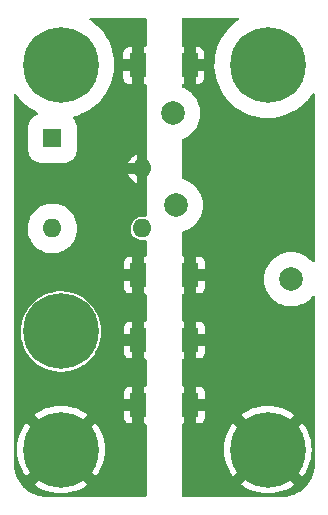
<source format=gbl>
G04 #@! TF.GenerationSoftware,KiCad,Pcbnew,6.0.10*
G04 #@! TF.CreationDate,2023-01-08T03:35:34+01:00*
G04 #@! TF.ProjectId,ideal_diode,69646561-6c5f-4646-996f-64652e6b6963,rev?*
G04 #@! TF.SameCoordinates,Original*
G04 #@! TF.FileFunction,Copper,L4,Bot*
G04 #@! TF.FilePolarity,Positive*
%FSLAX46Y46*%
G04 Gerber Fmt 4.6, Leading zero omitted, Abs format (unit mm)*
G04 Created by KiCad (PCBNEW 6.0.10) date 2023-01-08 03:35:34*
%MOMM*%
%LPD*%
G01*
G04 APERTURE LIST*
G04 #@! TA.AperFunction,ComponentPad*
%ADD10C,2.000000*%
G04 #@! TD*
G04 #@! TA.AperFunction,ComponentPad*
%ADD11C,0.800000*%
G04 #@! TD*
G04 #@! TA.AperFunction,ComponentPad*
%ADD12C,6.400000*%
G04 #@! TD*
G04 #@! TA.AperFunction,ComponentPad*
%ADD13R,1.600000X1.600000*%
G04 #@! TD*
G04 #@! TA.AperFunction,ComponentPad*
%ADD14O,1.600000X1.600000*%
G04 #@! TD*
G04 #@! TA.AperFunction,SMDPad,CuDef*
%ADD15R,1.400000X2.100000*%
G04 #@! TD*
G04 #@! TA.AperFunction,ViaPad*
%ADD16C,1.000000*%
G04 #@! TD*
G04 APERTURE END LIST*
D10*
X35699770Y-34354770D03*
X25899770Y-28100000D03*
D11*
X33699770Y-18599770D03*
X33699770Y-13799770D03*
X32002714Y-17896826D03*
X35396826Y-14502714D03*
D12*
X33699770Y-16199770D03*
D11*
X36099770Y-16199770D03*
X35396826Y-17896826D03*
X31299770Y-16199770D03*
X32002714Y-14502714D03*
X17896826Y-17896826D03*
X16199770Y-13799770D03*
X18599770Y-16199770D03*
X17896826Y-14502714D03*
X14502714Y-14502714D03*
X14502714Y-17896826D03*
D12*
X16199770Y-16199770D03*
D11*
X16199770Y-18599770D03*
X13799770Y-16199770D03*
X17896826Y-37082714D03*
X14502714Y-40476826D03*
X16199770Y-41179770D03*
X18599770Y-38779770D03*
X14502714Y-37082714D03*
X13799770Y-38779770D03*
X17896826Y-40476826D03*
D12*
X16199770Y-38779770D03*
D11*
X16199770Y-36379770D03*
D12*
X16199770Y-48779770D03*
D11*
X16199770Y-46379770D03*
X13799770Y-48779770D03*
X17896826Y-50476826D03*
X18599770Y-48779770D03*
X16199770Y-51179770D03*
X14502714Y-50476826D03*
X17896826Y-47082714D03*
X14502714Y-47082714D03*
D13*
X15479770Y-22439770D03*
D14*
X15479770Y-30059770D03*
X23099770Y-30059770D03*
X23099770Y-24979770D03*
D11*
X31299770Y-48779770D03*
X32002714Y-47082714D03*
X33699770Y-46379770D03*
X33699770Y-51179770D03*
X36099770Y-48779770D03*
X35396826Y-47082714D03*
X35396826Y-50476826D03*
D12*
X33699770Y-48779770D03*
D11*
X32002714Y-50476826D03*
D10*
X25700000Y-20300000D03*
D15*
X27150000Y-39500000D03*
X22750000Y-39500000D03*
X27099770Y-16250000D03*
X22699770Y-16250000D03*
X27150000Y-45000000D03*
X22750000Y-45000000D03*
X27150000Y-34000000D03*
X22750000Y-34000000D03*
D16*
X22750000Y-21750000D03*
X22750000Y-20000000D03*
X21500000Y-21250000D03*
X21500000Y-47500000D03*
X20000000Y-26000000D03*
X15500000Y-43500000D03*
X14000000Y-35000000D03*
X21099770Y-39900230D03*
X18500000Y-27500000D03*
X17500000Y-43500000D03*
X21500000Y-50500000D03*
X20000000Y-29000000D03*
X20000000Y-32000000D03*
X15500000Y-26000000D03*
X20000000Y-23000000D03*
X21500000Y-49000000D03*
X21099770Y-43400230D03*
X21500000Y-13000000D03*
X21500000Y-52000000D03*
X14000000Y-43500000D03*
X18500000Y-32000000D03*
X18500000Y-26000000D03*
X18500000Y-30500000D03*
X14000000Y-33500000D03*
X20000000Y-24500000D03*
X20000000Y-27500000D03*
X15500000Y-33500000D03*
X18500000Y-24500000D03*
X17000000Y-26000000D03*
X21099770Y-41900230D03*
X21099770Y-37900230D03*
X20000000Y-30500000D03*
X18500000Y-23000000D03*
X19739770Y-45239770D03*
X17000000Y-33500000D03*
X18500000Y-33500000D03*
X21500000Y-23000000D03*
X18500000Y-29000000D03*
X22247918Y-36747918D03*
X17000000Y-27500000D03*
X20000000Y-52000000D03*
X29000000Y-50000000D03*
X29987270Y-40404770D03*
X30000000Y-38000000D03*
X30460000Y-45540000D03*
X29500000Y-20000000D03*
X32000000Y-38000000D03*
X29987270Y-44012730D03*
X31000000Y-21500000D03*
X27500000Y-47500000D03*
X34500000Y-22000000D03*
X29000000Y-52000000D03*
X32000000Y-40500000D03*
X33000000Y-22000000D03*
X32000000Y-42500000D03*
X37000000Y-22000000D03*
X37000000Y-20500000D03*
X27500000Y-50000000D03*
X29987270Y-42512730D03*
X27500000Y-52000000D03*
X29000000Y-47500000D03*
X30000000Y-36500000D03*
G04 #@! TA.AperFunction,Conductor*
G36*
X23391891Y-12220502D02*
G01*
X23438384Y-12274158D01*
X23449770Y-12326500D01*
X23449770Y-14566000D01*
X23429768Y-14634121D01*
X23376112Y-14680614D01*
X23323770Y-14692000D01*
X23217885Y-14692000D01*
X23202646Y-14696475D01*
X23201441Y-14697865D01*
X23199770Y-14705548D01*
X23199770Y-17789884D01*
X23204245Y-17805123D01*
X23205635Y-17806328D01*
X23213318Y-17807999D01*
X23323770Y-17807999D01*
X23391891Y-17828001D01*
X23438384Y-17881657D01*
X23449770Y-17933999D01*
X23449770Y-28951434D01*
X23429768Y-29019555D01*
X23376112Y-29066048D01*
X23305838Y-29076152D01*
X23305666Y-29076122D01*
X23301922Y-29074963D01*
X23295797Y-29074319D01*
X23295796Y-29074319D01*
X23112917Y-29055097D01*
X23112916Y-29055097D01*
X23106789Y-29054453D01*
X22984153Y-29065614D01*
X22917529Y-29071677D01*
X22917528Y-29071677D01*
X22911388Y-29072236D01*
X22905474Y-29073977D01*
X22905472Y-29073977D01*
X22776504Y-29111935D01*
X22723163Y-29127634D01*
X22717698Y-29130491D01*
X22554742Y-29215682D01*
X22554738Y-29215685D01*
X22549282Y-29218537D01*
X22544482Y-29222397D01*
X22544481Y-29222397D01*
X22537944Y-29227653D01*
X22396370Y-29341481D01*
X22270250Y-29491786D01*
X22267286Y-29497178D01*
X22267283Y-29497182D01*
X22266954Y-29497781D01*
X22175726Y-29663724D01*
X22173865Y-29669591D01*
X22173864Y-29669593D01*
X22147658Y-29752206D01*
X22116398Y-29850748D01*
X22094527Y-30045733D01*
X22110945Y-30241253D01*
X22165028Y-30429861D01*
X22167846Y-30435344D01*
X22251893Y-30598883D01*
X22251896Y-30598887D01*
X22254714Y-30604371D01*
X22376588Y-30758139D01*
X22526008Y-30885305D01*
X22697283Y-30981027D01*
X22883888Y-31041659D01*
X23078716Y-31064891D01*
X23084851Y-31064419D01*
X23084853Y-31064419D01*
X23268204Y-31050311D01*
X23268208Y-31050310D01*
X23274346Y-31049838D01*
X23289886Y-31045499D01*
X23360875Y-31046444D01*
X23420085Y-31085620D01*
X23448715Y-31150588D01*
X23449770Y-31166857D01*
X23449770Y-32316000D01*
X23429768Y-32384121D01*
X23376112Y-32430614D01*
X23323770Y-32442000D01*
X23268115Y-32442000D01*
X23252876Y-32446475D01*
X23251671Y-32447865D01*
X23250000Y-32455548D01*
X23250000Y-35539884D01*
X23254475Y-35555123D01*
X23255865Y-35556328D01*
X23263548Y-35557999D01*
X23323770Y-35557999D01*
X23391891Y-35578001D01*
X23438384Y-35631657D01*
X23449770Y-35683999D01*
X23449770Y-37816000D01*
X23429768Y-37884121D01*
X23376112Y-37930614D01*
X23323770Y-37942000D01*
X23268115Y-37942000D01*
X23252876Y-37946475D01*
X23251671Y-37947865D01*
X23250000Y-37955548D01*
X23250000Y-41039884D01*
X23254475Y-41055123D01*
X23255865Y-41056328D01*
X23263548Y-41057999D01*
X23323770Y-41057999D01*
X23391891Y-41078001D01*
X23438384Y-41131657D01*
X23449770Y-41183999D01*
X23449770Y-43316000D01*
X23429768Y-43384121D01*
X23376112Y-43430614D01*
X23323770Y-43442000D01*
X23268115Y-43442000D01*
X23252876Y-43446475D01*
X23251671Y-43447865D01*
X23250000Y-43455548D01*
X23250000Y-46539884D01*
X23254475Y-46555123D01*
X23255865Y-46556328D01*
X23263548Y-46557999D01*
X23323770Y-46557999D01*
X23391891Y-46578001D01*
X23438384Y-46631657D01*
X23449770Y-46683999D01*
X23449770Y-52653180D01*
X23429768Y-52721301D01*
X23376112Y-52767794D01*
X23323770Y-52779180D01*
X15037080Y-52779180D01*
X15019758Y-52777214D01*
X15014189Y-52777204D01*
X15000359Y-52774024D01*
X14986519Y-52777156D01*
X14972330Y-52777131D01*
X14972331Y-52776519D01*
X14964392Y-52777180D01*
X14797257Y-52767794D01*
X14693617Y-52761974D01*
X14679585Y-52760393D01*
X14526035Y-52734304D01*
X14384024Y-52710175D01*
X14370248Y-52707030D01*
X14082190Y-52624041D01*
X14068854Y-52619375D01*
X13955666Y-52572491D01*
X13791879Y-52504648D01*
X13779156Y-52498521D01*
X13516771Y-52353505D01*
X13504818Y-52345995D01*
X13260306Y-52172503D01*
X13249275Y-52163706D01*
X13205034Y-52124169D01*
X13062617Y-51996897D01*
X13025734Y-51963936D01*
X13015743Y-51953944D01*
X12818138Y-51732822D01*
X13959760Y-51732822D01*
X13967217Y-51743189D01*
X14014705Y-51781644D01*
X14020042Y-51785521D01*
X14340455Y-51993600D01*
X14346164Y-51996897D01*
X14686581Y-52170348D01*
X14692606Y-52173030D01*
X15049272Y-52309941D01*
X15055554Y-52311982D01*
X15424586Y-52410864D01*
X15431036Y-52412235D01*
X15808399Y-52472004D01*
X15814937Y-52472690D01*
X16196469Y-52492686D01*
X16203071Y-52492686D01*
X16584603Y-52472690D01*
X16591141Y-52472004D01*
X16968504Y-52412235D01*
X16974954Y-52410864D01*
X17343986Y-52311982D01*
X17350268Y-52309941D01*
X17706934Y-52173030D01*
X17712959Y-52170348D01*
X18053376Y-51996897D01*
X18059085Y-51993600D01*
X18379498Y-51785521D01*
X18384835Y-51781644D01*
X18431373Y-51743958D01*
X18439839Y-51731703D01*
X18433505Y-51720612D01*
X16212582Y-49499689D01*
X16198638Y-49492075D01*
X16196805Y-49492206D01*
X16190190Y-49496457D01*
X13966901Y-51719746D01*
X13959760Y-51732822D01*
X12818138Y-51732822D01*
X12815989Y-51730417D01*
X12807179Y-51719370D01*
X12633699Y-51474871D01*
X12626186Y-51462915D01*
X12481171Y-51200527D01*
X12475043Y-51187801D01*
X12360323Y-50910839D01*
X12355656Y-50897502D01*
X12322853Y-50783639D01*
X12272661Y-50609418D01*
X12269519Y-50595649D01*
X12219306Y-50300102D01*
X12217724Y-50286061D01*
X12202547Y-50015786D01*
X12203208Y-50008061D01*
X12202451Y-50008060D01*
X12202476Y-49993868D01*
X12205656Y-49980040D01*
X12202525Y-49966200D01*
X12202533Y-49961374D01*
X12200500Y-49943177D01*
X12200500Y-48783071D01*
X12486854Y-48783071D01*
X12506850Y-49164603D01*
X12507536Y-49171141D01*
X12567305Y-49548504D01*
X12568676Y-49554954D01*
X12667558Y-49923986D01*
X12669599Y-49930268D01*
X12806510Y-50286934D01*
X12809192Y-50292959D01*
X12982642Y-50633373D01*
X12985939Y-50639083D01*
X13194023Y-50959505D01*
X13197893Y-50964831D01*
X13235582Y-51011373D01*
X13247837Y-51019839D01*
X13258928Y-51013505D01*
X15479851Y-48792582D01*
X15486229Y-48780902D01*
X16912075Y-48780902D01*
X16912206Y-48782735D01*
X16916457Y-48789350D01*
X19139746Y-51012639D01*
X19152822Y-51019780D01*
X19163189Y-51012323D01*
X19201647Y-50964831D01*
X19205517Y-50959505D01*
X19413601Y-50639083D01*
X19416898Y-50633373D01*
X19590348Y-50292959D01*
X19593030Y-50286934D01*
X19729941Y-49930268D01*
X19731982Y-49923986D01*
X19830864Y-49554954D01*
X19832235Y-49548504D01*
X19892004Y-49171141D01*
X19892690Y-49164603D01*
X19912686Y-48783071D01*
X19912686Y-48776469D01*
X19892690Y-48394937D01*
X19892004Y-48388399D01*
X19832235Y-48011036D01*
X19830864Y-48004586D01*
X19731982Y-47635554D01*
X19729941Y-47629272D01*
X19593030Y-47272606D01*
X19590348Y-47266581D01*
X19416898Y-46926167D01*
X19413601Y-46920457D01*
X19205517Y-46600035D01*
X19201647Y-46594709D01*
X19163958Y-46548167D01*
X19151703Y-46539701D01*
X19140612Y-46546035D01*
X16919689Y-48766958D01*
X16912075Y-48780902D01*
X15486229Y-48780902D01*
X15487465Y-48778638D01*
X15487334Y-48776805D01*
X15483083Y-48770190D01*
X13259794Y-46546901D01*
X13246718Y-46539760D01*
X13236351Y-46547217D01*
X13197893Y-46594709D01*
X13194023Y-46600035D01*
X12985939Y-46920457D01*
X12982642Y-46926167D01*
X12809192Y-47266581D01*
X12806510Y-47272606D01*
X12669599Y-47629272D01*
X12667558Y-47635554D01*
X12568676Y-48004586D01*
X12567305Y-48011036D01*
X12507536Y-48388399D01*
X12506850Y-48394937D01*
X12486854Y-48776469D01*
X12486854Y-48783071D01*
X12200500Y-48783071D01*
X12200500Y-45827837D01*
X13959701Y-45827837D01*
X13966035Y-45838928D01*
X16186958Y-48059851D01*
X16200902Y-48067465D01*
X16202735Y-48067334D01*
X16209350Y-48063083D01*
X18177764Y-46094669D01*
X21542001Y-46094669D01*
X21542371Y-46101490D01*
X21547895Y-46152352D01*
X21551521Y-46167604D01*
X21596676Y-46288054D01*
X21605214Y-46303649D01*
X21681715Y-46405724D01*
X21694276Y-46418285D01*
X21796351Y-46494786D01*
X21811946Y-46503324D01*
X21932394Y-46548478D01*
X21947649Y-46552105D01*
X21998514Y-46557631D01*
X22005328Y-46558000D01*
X22231885Y-46558000D01*
X22247124Y-46553525D01*
X22248329Y-46552135D01*
X22250000Y-46544452D01*
X22250000Y-45518115D01*
X22245525Y-45502876D01*
X22244135Y-45501671D01*
X22236452Y-45500000D01*
X21560116Y-45500000D01*
X21544877Y-45504475D01*
X21543672Y-45505865D01*
X21542001Y-45513548D01*
X21542001Y-46094669D01*
X18177764Y-46094669D01*
X18432639Y-45839794D01*
X18439780Y-45826718D01*
X18432323Y-45816351D01*
X18384835Y-45777896D01*
X18379498Y-45774019D01*
X18059085Y-45565940D01*
X18053376Y-45562643D01*
X17712959Y-45389192D01*
X17706934Y-45386510D01*
X17350268Y-45249599D01*
X17343986Y-45247558D01*
X16974954Y-45148676D01*
X16968504Y-45147305D01*
X16591141Y-45087536D01*
X16584603Y-45086850D01*
X16203071Y-45066854D01*
X16196469Y-45066854D01*
X15814937Y-45086850D01*
X15808399Y-45087536D01*
X15431036Y-45147305D01*
X15424586Y-45148676D01*
X15055554Y-45247558D01*
X15049272Y-45249599D01*
X14692606Y-45386510D01*
X14686581Y-45389192D01*
X14346167Y-45562642D01*
X14340457Y-45565939D01*
X14020035Y-45774023D01*
X14014709Y-45777893D01*
X13968167Y-45815582D01*
X13959701Y-45827837D01*
X12200500Y-45827837D01*
X12200500Y-44481885D01*
X21542000Y-44481885D01*
X21546475Y-44497124D01*
X21547865Y-44498329D01*
X21555548Y-44500000D01*
X22231885Y-44500000D01*
X22247124Y-44495525D01*
X22248329Y-44494135D01*
X22250000Y-44486452D01*
X22250000Y-43460116D01*
X22245525Y-43444877D01*
X22244135Y-43443672D01*
X22236452Y-43442001D01*
X22005331Y-43442001D01*
X21998510Y-43442371D01*
X21947648Y-43447895D01*
X21932396Y-43451521D01*
X21811946Y-43496676D01*
X21796351Y-43505214D01*
X21694276Y-43581715D01*
X21681715Y-43594276D01*
X21605214Y-43696351D01*
X21596676Y-43711946D01*
X21551522Y-43832394D01*
X21547895Y-43847649D01*
X21542369Y-43898514D01*
X21542000Y-43905328D01*
X21542000Y-44481885D01*
X12200500Y-44481885D01*
X12200500Y-38767883D01*
X12794297Y-38767883D01*
X12794469Y-38771278D01*
X12794469Y-38771279D01*
X12805829Y-38995525D01*
X12812932Y-39135741D01*
X12813469Y-39139096D01*
X12813470Y-39139102D01*
X12853808Y-39390940D01*
X12871186Y-39499435D01*
X12968378Y-39854711D01*
X13103372Y-40197412D01*
X13274587Y-40523529D01*
X13276488Y-40526358D01*
X13276494Y-40526368D01*
X13371402Y-40667604D01*
X13480022Y-40829247D01*
X13717272Y-41110991D01*
X13793670Y-41183999D01*
X13981099Y-41363111D01*
X13981106Y-41363117D01*
X13983562Y-41365464D01*
X14275778Y-41589689D01*
X14590501Y-41781044D01*
X14924049Y-41937289D01*
X14927267Y-41938391D01*
X14927270Y-41938392D01*
X15269298Y-42055495D01*
X15269306Y-42055497D01*
X15272521Y-42056598D01*
X15631840Y-42137574D01*
X15714772Y-42147023D01*
X15994420Y-42178885D01*
X15994428Y-42178885D01*
X15997803Y-42179270D01*
X16001207Y-42179288D01*
X16001210Y-42179288D01*
X16200844Y-42180333D01*
X16366128Y-42181198D01*
X16369514Y-42180848D01*
X16369516Y-42180848D01*
X16729115Y-42143688D01*
X16729124Y-42143687D01*
X16732507Y-42143337D01*
X16735840Y-42142623D01*
X16735843Y-42142622D01*
X16913258Y-42104587D01*
X17092654Y-42066128D01*
X17442356Y-41950475D01*
X17777522Y-41797731D01*
X17874735Y-41740010D01*
X18091286Y-41611432D01*
X18091291Y-41611429D01*
X18094231Y-41609683D01*
X18120861Y-41589689D01*
X18386046Y-41390582D01*
X18388779Y-41388530D01*
X18657720Y-41136859D01*
X18845724Y-40918285D01*
X18895689Y-40860196D01*
X18895690Y-40860194D01*
X18897908Y-40857616D01*
X18915608Y-40831863D01*
X19038981Y-40652352D01*
X19078626Y-40594669D01*
X21542001Y-40594669D01*
X21542371Y-40601490D01*
X21547895Y-40652352D01*
X21551521Y-40667604D01*
X21596676Y-40788054D01*
X21605214Y-40803649D01*
X21681715Y-40905724D01*
X21694276Y-40918285D01*
X21796351Y-40994786D01*
X21811946Y-41003324D01*
X21932394Y-41048478D01*
X21947649Y-41052105D01*
X21998514Y-41057631D01*
X22005328Y-41058000D01*
X22231885Y-41058000D01*
X22247124Y-41053525D01*
X22248329Y-41052135D01*
X22250000Y-41044452D01*
X22250000Y-40018115D01*
X22245525Y-40002876D01*
X22244135Y-40001671D01*
X22236452Y-40000000D01*
X21560116Y-40000000D01*
X21544877Y-40004475D01*
X21543672Y-40005865D01*
X21542001Y-40013548D01*
X21542001Y-40594669D01*
X19078626Y-40594669D01*
X19106532Y-40554065D01*
X19108144Y-40551071D01*
X19108149Y-40551063D01*
X19279531Y-40232771D01*
X19281153Y-40229759D01*
X19419728Y-39888490D01*
X19520635Y-39534252D01*
X19582695Y-39171188D01*
X19584658Y-39139102D01*
X19594274Y-38981885D01*
X21542000Y-38981885D01*
X21546475Y-38997124D01*
X21547865Y-38998329D01*
X21555548Y-39000000D01*
X22231885Y-39000000D01*
X22247124Y-38995525D01*
X22248329Y-38994135D01*
X22250000Y-38986452D01*
X22250000Y-37960116D01*
X22245525Y-37944877D01*
X22244135Y-37943672D01*
X22236452Y-37942001D01*
X22005331Y-37942001D01*
X21998510Y-37942371D01*
X21947648Y-37947895D01*
X21932396Y-37951521D01*
X21811946Y-37996676D01*
X21796351Y-38005214D01*
X21694276Y-38081715D01*
X21681715Y-38094276D01*
X21605214Y-38196351D01*
X21596676Y-38211946D01*
X21551522Y-38332394D01*
X21547895Y-38347649D01*
X21542369Y-38398514D01*
X21542000Y-38405328D01*
X21542000Y-38981885D01*
X19594274Y-38981885D01*
X19605071Y-38805342D01*
X19605181Y-38803545D01*
X19605264Y-38779770D01*
X19585345Y-38411979D01*
X19525822Y-38048490D01*
X19427390Y-37693556D01*
X19424213Y-37685571D01*
X19292460Y-37354492D01*
X19291201Y-37351328D01*
X19261128Y-37294530D01*
X19120447Y-37028830D01*
X19120443Y-37028823D01*
X19118848Y-37025811D01*
X18912348Y-36720811D01*
X18674116Y-36439898D01*
X18406938Y-36186356D01*
X18113942Y-35963152D01*
X18111030Y-35961395D01*
X18111025Y-35961392D01*
X17801475Y-35774659D01*
X17801466Y-35774654D01*
X17798553Y-35772897D01*
X17795463Y-35771463D01*
X17795458Y-35771460D01*
X17607038Y-35683999D01*
X17464461Y-35617817D01*
X17461236Y-35616725D01*
X17461230Y-35616723D01*
X17118802Y-35500818D01*
X17118797Y-35500817D01*
X17115575Y-35499726D01*
X16881690Y-35447874D01*
X16759306Y-35420742D01*
X16759302Y-35420741D01*
X16755976Y-35420004D01*
X16606394Y-35403490D01*
X16393252Y-35379959D01*
X16393245Y-35379959D01*
X16389870Y-35379586D01*
X16386471Y-35379580D01*
X16386470Y-35379580D01*
X16212749Y-35379277D01*
X16021540Y-35378943D01*
X15884326Y-35393607D01*
X15658680Y-35417721D01*
X15658674Y-35417722D01*
X15655296Y-35418083D01*
X15295420Y-35496549D01*
X14946124Y-35613422D01*
X14943031Y-35614845D01*
X14943030Y-35614845D01*
X14754596Y-35701515D01*
X14611493Y-35767335D01*
X14608559Y-35769091D01*
X14608557Y-35769092D01*
X14514533Y-35825364D01*
X14295442Y-35956488D01*
X14001668Y-36178667D01*
X13733607Y-36431275D01*
X13494396Y-36711355D01*
X13492468Y-36714182D01*
X13492466Y-36714184D01*
X13486021Y-36723632D01*
X13286832Y-37015632D01*
X13113344Y-37340546D01*
X13112069Y-37343718D01*
X13112067Y-37343722D01*
X13109010Y-37351328D01*
X12975962Y-37682296D01*
X12975043Y-37685564D01*
X12975041Y-37685571D01*
X12887593Y-37996676D01*
X12876291Y-38036885D01*
X12875729Y-38040242D01*
X12875729Y-38040243D01*
X12873785Y-38051863D01*
X12815499Y-38400163D01*
X12794297Y-38767883D01*
X12200500Y-38767883D01*
X12200500Y-35094669D01*
X21542001Y-35094669D01*
X21542371Y-35101490D01*
X21547895Y-35152352D01*
X21551521Y-35167604D01*
X21596676Y-35288054D01*
X21605214Y-35303649D01*
X21681715Y-35405724D01*
X21694276Y-35418285D01*
X21796351Y-35494786D01*
X21811946Y-35503324D01*
X21932394Y-35548478D01*
X21947649Y-35552105D01*
X21998514Y-35557631D01*
X22005328Y-35558000D01*
X22231885Y-35558000D01*
X22247124Y-35553525D01*
X22248329Y-35552135D01*
X22250000Y-35544452D01*
X22250000Y-34518115D01*
X22245525Y-34502876D01*
X22244135Y-34501671D01*
X22236452Y-34500000D01*
X21560116Y-34500000D01*
X21544877Y-34504475D01*
X21543672Y-34505865D01*
X21542001Y-34513548D01*
X21542001Y-35094669D01*
X12200500Y-35094669D01*
X12200500Y-33481885D01*
X21542000Y-33481885D01*
X21546475Y-33497124D01*
X21547865Y-33498329D01*
X21555548Y-33500000D01*
X22231885Y-33500000D01*
X22247124Y-33495525D01*
X22248329Y-33494135D01*
X22250000Y-33486452D01*
X22250000Y-32460116D01*
X22245525Y-32444877D01*
X22244135Y-32443672D01*
X22236452Y-32442001D01*
X22005331Y-32442001D01*
X21998510Y-32442371D01*
X21947648Y-32447895D01*
X21932396Y-32451521D01*
X21811946Y-32496676D01*
X21796351Y-32505214D01*
X21694276Y-32581715D01*
X21681715Y-32594276D01*
X21605214Y-32696351D01*
X21596676Y-32711946D01*
X21551522Y-32832394D01*
X21547895Y-32847649D01*
X21542369Y-32898514D01*
X21542000Y-32905328D01*
X21542000Y-33481885D01*
X12200500Y-33481885D01*
X12200500Y-30037723D01*
X13374477Y-30037723D01*
X13390964Y-30323648D01*
X13391789Y-30327853D01*
X13391790Y-30327861D01*
X13410640Y-30423939D01*
X13446102Y-30604690D01*
X13447489Y-30608740D01*
X13447490Y-30608745D01*
X13500007Y-30762134D01*
X13538872Y-30875648D01*
X13555449Y-30908607D01*
X13633685Y-31064162D01*
X13667557Y-31131510D01*
X13669983Y-31135039D01*
X13669986Y-31135045D01*
X13708690Y-31191359D01*
X13829776Y-31367540D01*
X14022526Y-31579370D01*
X14242242Y-31763081D01*
X14484858Y-31915273D01*
X14488760Y-31917035D01*
X14488764Y-31917037D01*
X14741972Y-32031365D01*
X14741976Y-32031367D01*
X14745884Y-32033131D01*
X14750003Y-32034351D01*
X15016376Y-32113255D01*
X15016381Y-32113256D01*
X15020489Y-32114473D01*
X15024723Y-32115121D01*
X15024728Y-32115122D01*
X15271984Y-32152957D01*
X15303594Y-32157794D01*
X15449359Y-32160084D01*
X15585668Y-32162226D01*
X15585674Y-32162226D01*
X15589959Y-32162293D01*
X15594211Y-32161778D01*
X15594219Y-32161778D01*
X15813991Y-32135181D01*
X15874284Y-32127885D01*
X15878432Y-32126797D01*
X15878436Y-32126796D01*
X16147158Y-32056298D01*
X16151309Y-32055209D01*
X16155270Y-32053569D01*
X16155274Y-32053567D01*
X16298140Y-31994390D01*
X16415908Y-31945609D01*
X16464804Y-31917037D01*
X16659487Y-31803273D01*
X16659488Y-31803273D01*
X16663185Y-31801112D01*
X16888563Y-31624393D01*
X16935261Y-31576205D01*
X17084889Y-31421800D01*
X17087872Y-31418722D01*
X17090405Y-31415274D01*
X17090409Y-31415269D01*
X17254887Y-31191359D01*
X17257425Y-31187904D01*
X17286125Y-31135045D01*
X17392033Y-30939987D01*
X17392034Y-30939985D01*
X17394083Y-30936211D01*
X17495318Y-30668300D01*
X17512138Y-30594858D01*
X17558300Y-30393308D01*
X17558301Y-30393303D01*
X17559257Y-30389128D01*
X17584716Y-30103862D01*
X17585178Y-30059770D01*
X17583967Y-30042003D01*
X17565990Y-29778310D01*
X17565989Y-29778304D01*
X17565698Y-29774033D01*
X17507620Y-29493584D01*
X17412018Y-29223612D01*
X17280661Y-28969112D01*
X17278198Y-28965607D01*
X17118443Y-28738299D01*
X17118438Y-28738293D01*
X17115979Y-28734794D01*
X16921021Y-28524994D01*
X16917705Y-28522280D01*
X16917702Y-28522277D01*
X16702711Y-28346309D01*
X16699393Y-28343593D01*
X16455197Y-28193950D01*
X16437189Y-28186045D01*
X16196880Y-28080556D01*
X16196876Y-28080555D01*
X16192952Y-28078832D01*
X15917509Y-28000370D01*
X15707651Y-27970503D01*
X15638218Y-27960621D01*
X15638216Y-27960621D01*
X15633966Y-27960016D01*
X15482103Y-27959221D01*
X15351856Y-27958539D01*
X15351850Y-27958539D01*
X15347570Y-27958517D01*
X15343326Y-27959076D01*
X15343322Y-27959076D01*
X15218801Y-27975469D01*
X15063621Y-27995899D01*
X15059481Y-27997032D01*
X15059479Y-27997032D01*
X15042979Y-28001546D01*
X14787372Y-28071472D01*
X14783424Y-28073156D01*
X14527887Y-28182152D01*
X14527883Y-28182154D01*
X14523935Y-28183838D01*
X14278185Y-28330916D01*
X14054670Y-28509985D01*
X13857525Y-28717732D01*
X13690399Y-28950313D01*
X13556384Y-29203423D01*
X13547517Y-29227653D01*
X13502243Y-29351372D01*
X13457960Y-29472380D01*
X13396948Y-29752206D01*
X13374477Y-30037723D01*
X12200500Y-30037723D01*
X12200500Y-25488220D01*
X21893647Y-25488220D01*
X21960356Y-25631281D01*
X21965839Y-25640777D01*
X22090798Y-25819237D01*
X22097854Y-25827645D01*
X22251895Y-25981686D01*
X22260303Y-25988742D01*
X22438763Y-26113701D01*
X22448259Y-26119184D01*
X22583353Y-26182179D01*
X22597293Y-26184296D01*
X22599770Y-26180508D01*
X22599770Y-25497885D01*
X22595295Y-25482646D01*
X22593905Y-25481441D01*
X22586222Y-25479770D01*
X21907821Y-25479770D01*
X21894290Y-25483743D01*
X21893647Y-25488220D01*
X12200500Y-25488220D01*
X12200500Y-18738587D01*
X12220502Y-18670466D01*
X12274158Y-18623973D01*
X12344432Y-18613869D01*
X12409012Y-18643363D01*
X12429596Y-18666922D01*
X12429890Y-18666710D01*
X12668990Y-18998231D01*
X12937153Y-19306718D01*
X12939218Y-19308698D01*
X13230116Y-19587659D01*
X13230123Y-19587666D01*
X13232172Y-19589630D01*
X13234390Y-19591400D01*
X13234395Y-19591405D01*
X13299478Y-19643360D01*
X13551617Y-19844640D01*
X13892860Y-20069648D01*
X14171977Y-20219309D01*
X14222560Y-20269127D01*
X14238180Y-20338384D01*
X14213876Y-20405092D01*
X14165686Y-20444548D01*
X14032017Y-20506879D01*
X14032014Y-20506881D01*
X14027036Y-20509202D01*
X13840631Y-20639723D01*
X13679723Y-20800631D01*
X13549202Y-20987036D01*
X13453031Y-21193274D01*
X13394135Y-21413078D01*
X13379270Y-21582986D01*
X13379270Y-23296554D01*
X13394135Y-23466462D01*
X13453031Y-23686266D01*
X13455353Y-23691246D01*
X13455354Y-23691248D01*
X13527442Y-23845839D01*
X13549202Y-23892504D01*
X13679723Y-24078909D01*
X13840631Y-24239817D01*
X14027036Y-24370338D01*
X14032014Y-24372659D01*
X14032017Y-24372661D01*
X14226506Y-24463353D01*
X14233274Y-24466509D01*
X14238582Y-24467931D01*
X14238584Y-24467932D01*
X14447763Y-24523981D01*
X14447765Y-24523981D01*
X14453078Y-24525405D01*
X14552072Y-24534066D01*
X14620262Y-24540032D01*
X14620269Y-24540032D01*
X14622986Y-24540270D01*
X16336554Y-24540270D01*
X16339271Y-24540032D01*
X16339278Y-24540032D01*
X16407468Y-24534066D01*
X16506462Y-24525405D01*
X16511775Y-24523981D01*
X16511777Y-24523981D01*
X16686020Y-24477293D01*
X21895244Y-24477293D01*
X21899032Y-24479770D01*
X22581655Y-24479770D01*
X22596894Y-24475295D01*
X22598099Y-24473905D01*
X22599770Y-24466222D01*
X22599770Y-23787821D01*
X22595797Y-23774290D01*
X22591320Y-23773647D01*
X22448259Y-23840356D01*
X22438763Y-23845839D01*
X22260303Y-23970798D01*
X22251895Y-23977854D01*
X22097854Y-24131895D01*
X22090798Y-24140303D01*
X21965839Y-24318763D01*
X21960356Y-24328259D01*
X21897361Y-24463353D01*
X21895244Y-24477293D01*
X16686020Y-24477293D01*
X16720956Y-24467932D01*
X16720958Y-24467931D01*
X16726266Y-24466509D01*
X16733034Y-24463353D01*
X16927523Y-24372661D01*
X16927526Y-24372659D01*
X16932504Y-24370338D01*
X17118909Y-24239817D01*
X17279817Y-24078909D01*
X17410338Y-23892504D01*
X17432099Y-23845839D01*
X17504186Y-23691248D01*
X17504187Y-23691246D01*
X17506509Y-23686266D01*
X17565405Y-23466462D01*
X17580270Y-23296554D01*
X17580270Y-21582986D01*
X17565405Y-21413078D01*
X17506509Y-21193274D01*
X17410338Y-20987036D01*
X17279817Y-20800631D01*
X17252243Y-20773057D01*
X17218217Y-20710745D01*
X17223282Y-20639930D01*
X17265829Y-20583094D01*
X17312137Y-20561392D01*
X17438832Y-20531209D01*
X17438839Y-20531207D01*
X17441601Y-20530549D01*
X17697148Y-20444548D01*
X17826288Y-20401088D01*
X17826294Y-20401086D01*
X17829000Y-20400175D01*
X18202988Y-20235226D01*
X18560487Y-20037061D01*
X18562849Y-20035456D01*
X18562860Y-20035449D01*
X18896170Y-19808932D01*
X18896172Y-19808930D01*
X18898555Y-19807311D01*
X19214409Y-19547866D01*
X19216446Y-19545857D01*
X19216454Y-19545850D01*
X19421649Y-19343499D01*
X19505448Y-19260862D01*
X19604199Y-19144006D01*
X19767432Y-18950846D01*
X19767437Y-18950840D01*
X19769278Y-18948661D01*
X20003727Y-18613834D01*
X20206864Y-18259136D01*
X20377018Y-17887488D01*
X20512788Y-17501947D01*
X20534130Y-17417604D01*
X20552585Y-17344669D01*
X21491771Y-17344669D01*
X21492141Y-17351490D01*
X21497665Y-17402352D01*
X21501291Y-17417604D01*
X21546446Y-17538054D01*
X21554984Y-17553649D01*
X21631485Y-17655724D01*
X21644046Y-17668285D01*
X21746121Y-17744786D01*
X21761716Y-17753324D01*
X21882164Y-17798478D01*
X21897419Y-17802105D01*
X21948284Y-17807631D01*
X21955098Y-17808000D01*
X22181655Y-17808000D01*
X22196894Y-17803525D01*
X22198099Y-17802135D01*
X22199770Y-17794452D01*
X22199770Y-16768115D01*
X22195295Y-16752876D01*
X22193905Y-16751671D01*
X22186222Y-16750000D01*
X21509886Y-16750000D01*
X21494647Y-16754475D01*
X21493442Y-16755865D01*
X21491771Y-16763548D01*
X21491771Y-17344669D01*
X20552585Y-17344669D01*
X20612354Y-17108467D01*
X20612355Y-17108463D01*
X20613057Y-17105688D01*
X20677000Y-16701972D01*
X20704089Y-16294122D01*
X20705077Y-16199770D01*
X20686535Y-15791442D01*
X20678377Y-15731885D01*
X21491770Y-15731885D01*
X21496245Y-15747124D01*
X21497635Y-15748329D01*
X21505318Y-15750000D01*
X22181655Y-15750000D01*
X22196894Y-15745525D01*
X22198099Y-15744135D01*
X22199770Y-15736452D01*
X22199770Y-14710116D01*
X22195295Y-14694877D01*
X22193905Y-14693672D01*
X22186222Y-14692001D01*
X21955101Y-14692001D01*
X21948280Y-14692371D01*
X21897418Y-14697895D01*
X21882166Y-14701521D01*
X21761716Y-14746676D01*
X21746121Y-14755214D01*
X21644046Y-14831715D01*
X21631485Y-14844276D01*
X21554984Y-14946351D01*
X21546446Y-14961946D01*
X21501292Y-15082394D01*
X21497665Y-15097649D01*
X21492139Y-15148514D01*
X21491770Y-15155328D01*
X21491770Y-15731885D01*
X20678377Y-15731885D01*
X20631061Y-15386476D01*
X20539113Y-14988204D01*
X20530480Y-14961946D01*
X20412340Y-14602619D01*
X20412337Y-14602612D01*
X20411447Y-14599904D01*
X20249113Y-14224773D01*
X20053449Y-13865899D01*
X19940015Y-13696453D01*
X19827656Y-13528613D01*
X19827648Y-13528602D01*
X19826064Y-13526236D01*
X19568830Y-13208579D01*
X19283865Y-12915543D01*
X19281707Y-12913693D01*
X19281697Y-12913684D01*
X19113665Y-12769664D01*
X18973514Y-12649540D01*
X18663475Y-12429206D01*
X18619535Y-12373441D01*
X18612719Y-12302772D01*
X18645192Y-12239637D01*
X18706643Y-12204080D01*
X18736465Y-12200500D01*
X23323770Y-12200500D01*
X23391891Y-12220502D01*
G37*
G04 #@! TD.AperFunction*
G04 #@! TA.AperFunction,Conductor*
G36*
X31236094Y-12220502D02*
G01*
X31282587Y-12274158D01*
X31292691Y-12344432D01*
X31263197Y-12409012D01*
X31235116Y-12433120D01*
X31130951Y-12498716D01*
X31130945Y-12498720D01*
X31128530Y-12500241D01*
X30803814Y-12748505D01*
X30502936Y-13025177D01*
X30228371Y-13327979D01*
X29982380Y-13654420D01*
X29766988Y-14001812D01*
X29765708Y-14004368D01*
X29765703Y-14004377D01*
X29763071Y-14009634D01*
X29583967Y-14367297D01*
X29582926Y-14369953D01*
X29582923Y-14369960D01*
X29449617Y-14710116D01*
X29434824Y-14747864D01*
X29434032Y-14750591D01*
X29434028Y-14750602D01*
X29321584Y-15137639D01*
X29320787Y-15140383D01*
X29242794Y-15541621D01*
X29201488Y-15948277D01*
X29197208Y-16357003D01*
X29197437Y-16359848D01*
X29197437Y-16359851D01*
X29229188Y-16754475D01*
X29229989Y-16764435D01*
X29299562Y-17167219D01*
X29405353Y-17562039D01*
X29546493Y-17945647D01*
X29547718Y-17948227D01*
X29547721Y-17948234D01*
X29716383Y-18303434D01*
X29721820Y-18314884D01*
X29812776Y-18468682D01*
X29926863Y-18661591D01*
X29929890Y-18666710D01*
X30168990Y-18998231D01*
X30170865Y-19000387D01*
X30170865Y-19000388D01*
X30301778Y-19150986D01*
X30437153Y-19306718D01*
X30439218Y-19308698D01*
X30730116Y-19587659D01*
X30730123Y-19587666D01*
X30732172Y-19589630D01*
X30734390Y-19591400D01*
X30734395Y-19591405D01*
X30869673Y-19699396D01*
X31051617Y-19844640D01*
X31392860Y-20069648D01*
X31753091Y-20262802D01*
X32129346Y-20422513D01*
X32132055Y-20423383D01*
X32132061Y-20423385D01*
X32515807Y-20546593D01*
X32515813Y-20546595D01*
X32518527Y-20547466D01*
X32521300Y-20548086D01*
X32521308Y-20548088D01*
X32863675Y-20624615D01*
X32917432Y-20636631D01*
X33322776Y-20689276D01*
X33731223Y-20704967D01*
X33734085Y-20704817D01*
X33734086Y-20704817D01*
X34136555Y-20683725D01*
X34136562Y-20683724D01*
X34139411Y-20683575D01*
X34142234Y-20683168D01*
X34142236Y-20683168D01*
X34541158Y-20625683D01*
X34541165Y-20625682D01*
X34543980Y-20625276D01*
X34941601Y-20530549D01*
X34944299Y-20529641D01*
X34944306Y-20529639D01*
X35326288Y-20401088D01*
X35326294Y-20401086D01*
X35329000Y-20400175D01*
X35702988Y-20235226D01*
X36060487Y-20037061D01*
X36062849Y-20035456D01*
X36062860Y-20035449D01*
X36396170Y-19808932D01*
X36396172Y-19808930D01*
X36398555Y-19807311D01*
X36714409Y-19547866D01*
X36716446Y-19545857D01*
X36716454Y-19545850D01*
X36958947Y-19306718D01*
X37005448Y-19260862D01*
X37098300Y-19150986D01*
X37267432Y-18950846D01*
X37267437Y-18950840D01*
X37269278Y-18948661D01*
X37470287Y-18661591D01*
X37525744Y-18617263D01*
X37596364Y-18609954D01*
X37659724Y-18641985D01*
X37695709Y-18703186D01*
X37699500Y-18733862D01*
X37699500Y-32811186D01*
X37679498Y-32879307D01*
X37625842Y-32925800D01*
X37555568Y-32935904D01*
X37490988Y-32906410D01*
X37478768Y-32894264D01*
X37332668Y-32727670D01*
X37329959Y-32724581D01*
X37297769Y-32696351D01*
X37106331Y-32528463D01*
X37106325Y-32528459D01*
X37103231Y-32525745D01*
X37099805Y-32523456D01*
X37099800Y-32523452D01*
X36855921Y-32360498D01*
X36852488Y-32358204D01*
X36848789Y-32356380D01*
X36848784Y-32356377D01*
X36709936Y-32287905D01*
X36582022Y-32224825D01*
X36578116Y-32223499D01*
X36300374Y-32129218D01*
X36300370Y-32129217D01*
X36296461Y-32127890D01*
X36292417Y-32127086D01*
X36292411Y-32127084D01*
X36004729Y-32069860D01*
X36004723Y-32069859D01*
X36000690Y-32069057D01*
X35996585Y-32068788D01*
X35996578Y-32068787D01*
X35703889Y-32049604D01*
X35699770Y-32049334D01*
X35695651Y-32049604D01*
X35402962Y-32068787D01*
X35402955Y-32068788D01*
X35398850Y-32069057D01*
X35394817Y-32069859D01*
X35394811Y-32069860D01*
X35107129Y-32127084D01*
X35107123Y-32127086D01*
X35103079Y-32127890D01*
X35099170Y-32129217D01*
X35099166Y-32129218D01*
X34821424Y-32223499D01*
X34817518Y-32224825D01*
X34689604Y-32287905D01*
X34550756Y-32356377D01*
X34550751Y-32356380D01*
X34547052Y-32358204D01*
X34543619Y-32360498D01*
X34299740Y-32523452D01*
X34299735Y-32523456D01*
X34296309Y-32525745D01*
X34293215Y-32528459D01*
X34293209Y-32528463D01*
X34101771Y-32696351D01*
X34069581Y-32724581D01*
X34066872Y-32727670D01*
X33873463Y-32948209D01*
X33873459Y-32948215D01*
X33870745Y-32951309D01*
X33703204Y-33202052D01*
X33569825Y-33472518D01*
X33472890Y-33758079D01*
X33414057Y-34053850D01*
X33394334Y-34354770D01*
X33394604Y-34358889D01*
X33404741Y-34513548D01*
X33414057Y-34655690D01*
X33472890Y-34951461D01*
X33474217Y-34955370D01*
X33474218Y-34955374D01*
X33541083Y-35152351D01*
X33569825Y-35237022D01*
X33571649Y-35240720D01*
X33701151Y-35503324D01*
X33703204Y-35507488D01*
X33705498Y-35510921D01*
X33775629Y-35615879D01*
X33870745Y-35758231D01*
X33873459Y-35761325D01*
X33873463Y-35761331D01*
X33993630Y-35898354D01*
X34069581Y-35984959D01*
X34072670Y-35987668D01*
X34293209Y-36181077D01*
X34293215Y-36181081D01*
X34296309Y-36183795D01*
X34299735Y-36186084D01*
X34299740Y-36186088D01*
X34487303Y-36311413D01*
X34547052Y-36351336D01*
X34550751Y-36353160D01*
X34550756Y-36353163D01*
X34689604Y-36421635D01*
X34817518Y-36484715D01*
X34821423Y-36486041D01*
X34821424Y-36486041D01*
X35099166Y-36580322D01*
X35099170Y-36580323D01*
X35103079Y-36581650D01*
X35107123Y-36582454D01*
X35107129Y-36582456D01*
X35394811Y-36639680D01*
X35394817Y-36639681D01*
X35398850Y-36640483D01*
X35402955Y-36640752D01*
X35402962Y-36640753D01*
X35695651Y-36659936D01*
X35699770Y-36660206D01*
X35703889Y-36659936D01*
X35996578Y-36640753D01*
X35996585Y-36640752D01*
X36000690Y-36640483D01*
X36004723Y-36639681D01*
X36004729Y-36639680D01*
X36292411Y-36582456D01*
X36292417Y-36582454D01*
X36296461Y-36581650D01*
X36300370Y-36580323D01*
X36300374Y-36580322D01*
X36578116Y-36486041D01*
X36578117Y-36486041D01*
X36582022Y-36484715D01*
X36709936Y-36421635D01*
X36848784Y-36353163D01*
X36848789Y-36353160D01*
X36852488Y-36351336D01*
X36912237Y-36311413D01*
X37099800Y-36186088D01*
X37099805Y-36186084D01*
X37103231Y-36183795D01*
X37106325Y-36181081D01*
X37106331Y-36181077D01*
X37326870Y-35987668D01*
X37329959Y-35984959D01*
X37405910Y-35898354D01*
X37478768Y-35815276D01*
X37538722Y-35777249D01*
X37609717Y-35777671D01*
X37669214Y-35816410D01*
X37698322Y-35881165D01*
X37699500Y-35898354D01*
X37699500Y-49942600D01*
X37697534Y-49959922D01*
X37697524Y-49965491D01*
X37694344Y-49979321D01*
X37697476Y-49993161D01*
X37697451Y-50007350D01*
X37696839Y-50007349D01*
X37697500Y-50015288D01*
X37682294Y-50286060D01*
X37680713Y-50300096D01*
X37630497Y-50595648D01*
X37627353Y-50609423D01*
X37544359Y-50897500D01*
X37539694Y-50910831D01*
X37494566Y-51019780D01*
X37424970Y-51187801D01*
X37418839Y-51200532D01*
X37273828Y-51462908D01*
X37266311Y-51474872D01*
X37092830Y-51719371D01*
X37084020Y-51730418D01*
X36884260Y-51953949D01*
X36874269Y-51963940D01*
X36650738Y-52163700D01*
X36639691Y-52172510D01*
X36395192Y-52345991D01*
X36383228Y-52353508D01*
X36368987Y-52361379D01*
X36120848Y-52498521D01*
X36108125Y-52504648D01*
X35831151Y-52619374D01*
X35817820Y-52624039D01*
X35529743Y-52707033D01*
X35515972Y-52710176D01*
X35220416Y-52760393D01*
X35206384Y-52761974D01*
X34936172Y-52777149D01*
X34928379Y-52776483D01*
X34928378Y-52777229D01*
X34914187Y-52777204D01*
X34900359Y-52774024D01*
X34886520Y-52777155D01*
X34881689Y-52777147D01*
X34863496Y-52779180D01*
X26575770Y-52779180D01*
X26507649Y-52759178D01*
X26461156Y-52705522D01*
X26449770Y-52653180D01*
X26449770Y-51732822D01*
X31459760Y-51732822D01*
X31467217Y-51743189D01*
X31514705Y-51781644D01*
X31520042Y-51785521D01*
X31840455Y-51993600D01*
X31846164Y-51996897D01*
X32186581Y-52170348D01*
X32192606Y-52173030D01*
X32549272Y-52309941D01*
X32555554Y-52311982D01*
X32924586Y-52410864D01*
X32931036Y-52412235D01*
X33308399Y-52472004D01*
X33314937Y-52472690D01*
X33696469Y-52492686D01*
X33703071Y-52492686D01*
X34084603Y-52472690D01*
X34091141Y-52472004D01*
X34468504Y-52412235D01*
X34474954Y-52410864D01*
X34843986Y-52311982D01*
X34850268Y-52309941D01*
X35206934Y-52173030D01*
X35212959Y-52170348D01*
X35553376Y-51996897D01*
X35559085Y-51993600D01*
X35879498Y-51785521D01*
X35884835Y-51781644D01*
X35931373Y-51743958D01*
X35939839Y-51731703D01*
X35933505Y-51720612D01*
X33712582Y-49499689D01*
X33698638Y-49492075D01*
X33696805Y-49492206D01*
X33690190Y-49496457D01*
X31466901Y-51719746D01*
X31459760Y-51732822D01*
X26449770Y-51732822D01*
X26449770Y-48783071D01*
X29986854Y-48783071D01*
X30006850Y-49164603D01*
X30007536Y-49171141D01*
X30067305Y-49548504D01*
X30068676Y-49554954D01*
X30167558Y-49923986D01*
X30169599Y-49930268D01*
X30306510Y-50286934D01*
X30309192Y-50292959D01*
X30482642Y-50633373D01*
X30485939Y-50639083D01*
X30694023Y-50959505D01*
X30697893Y-50964831D01*
X30735582Y-51011373D01*
X30747837Y-51019839D01*
X30758928Y-51013505D01*
X32979851Y-48792582D01*
X32986229Y-48780902D01*
X34412075Y-48780902D01*
X34412206Y-48782735D01*
X34416457Y-48789350D01*
X36639746Y-51012639D01*
X36652822Y-51019780D01*
X36663189Y-51012323D01*
X36701647Y-50964831D01*
X36705517Y-50959505D01*
X36913601Y-50639083D01*
X36916898Y-50633373D01*
X37090348Y-50292959D01*
X37093030Y-50286934D01*
X37229941Y-49930268D01*
X37231982Y-49923986D01*
X37330864Y-49554954D01*
X37332235Y-49548504D01*
X37392004Y-49171141D01*
X37392690Y-49164603D01*
X37412686Y-48783071D01*
X37412686Y-48776469D01*
X37392690Y-48394937D01*
X37392004Y-48388399D01*
X37332235Y-48011036D01*
X37330864Y-48004586D01*
X37231982Y-47635554D01*
X37229941Y-47629272D01*
X37093030Y-47272606D01*
X37090348Y-47266581D01*
X36916898Y-46926167D01*
X36913601Y-46920457D01*
X36705517Y-46600035D01*
X36701647Y-46594709D01*
X36663958Y-46548167D01*
X36651703Y-46539701D01*
X36640612Y-46546035D01*
X34419689Y-48766958D01*
X34412075Y-48780902D01*
X32986229Y-48780902D01*
X32987465Y-48778638D01*
X32987334Y-48776805D01*
X32983083Y-48770190D01*
X30759794Y-46546901D01*
X30746718Y-46539760D01*
X30736351Y-46547217D01*
X30697893Y-46594709D01*
X30694023Y-46600035D01*
X30485939Y-46920457D01*
X30482642Y-46926167D01*
X30309192Y-47266581D01*
X30306510Y-47272606D01*
X30169599Y-47629272D01*
X30167558Y-47635554D01*
X30068676Y-48004586D01*
X30067305Y-48011036D01*
X30007536Y-48388399D01*
X30006850Y-48394937D01*
X29986854Y-48776469D01*
X29986854Y-48783071D01*
X26449770Y-48783071D01*
X26449770Y-46684000D01*
X26469772Y-46615879D01*
X26523428Y-46569386D01*
X26575770Y-46558000D01*
X26631885Y-46558000D01*
X26647124Y-46553525D01*
X26648329Y-46552135D01*
X26650000Y-46544452D01*
X26650000Y-46539884D01*
X27650000Y-46539884D01*
X27654475Y-46555123D01*
X27655865Y-46556328D01*
X27663548Y-46557999D01*
X27894669Y-46557999D01*
X27901490Y-46557629D01*
X27952352Y-46552105D01*
X27967604Y-46548479D01*
X28088054Y-46503324D01*
X28103649Y-46494786D01*
X28205724Y-46418285D01*
X28218285Y-46405724D01*
X28294786Y-46303649D01*
X28303324Y-46288054D01*
X28348478Y-46167606D01*
X28352105Y-46152351D01*
X28357631Y-46101486D01*
X28358000Y-46094672D01*
X28358000Y-45827837D01*
X31459701Y-45827837D01*
X31466035Y-45838928D01*
X33686958Y-48059851D01*
X33700902Y-48067465D01*
X33702735Y-48067334D01*
X33709350Y-48063083D01*
X35932639Y-45839794D01*
X35939780Y-45826718D01*
X35932323Y-45816351D01*
X35884835Y-45777896D01*
X35879498Y-45774019D01*
X35559085Y-45565940D01*
X35553376Y-45562643D01*
X35212959Y-45389192D01*
X35206934Y-45386510D01*
X34850268Y-45249599D01*
X34843986Y-45247558D01*
X34474954Y-45148676D01*
X34468504Y-45147305D01*
X34091141Y-45087536D01*
X34084603Y-45086850D01*
X33703071Y-45066854D01*
X33696469Y-45066854D01*
X33314937Y-45086850D01*
X33308399Y-45087536D01*
X32931036Y-45147305D01*
X32924586Y-45148676D01*
X32555554Y-45247558D01*
X32549272Y-45249599D01*
X32192606Y-45386510D01*
X32186581Y-45389192D01*
X31846167Y-45562642D01*
X31840457Y-45565939D01*
X31520035Y-45774023D01*
X31514709Y-45777893D01*
X31468167Y-45815582D01*
X31459701Y-45827837D01*
X28358000Y-45827837D01*
X28358000Y-45518115D01*
X28353525Y-45502876D01*
X28352135Y-45501671D01*
X28344452Y-45500000D01*
X27668115Y-45500000D01*
X27652876Y-45504475D01*
X27651671Y-45505865D01*
X27650000Y-45513548D01*
X27650000Y-46539884D01*
X26650000Y-46539884D01*
X26650000Y-44481885D01*
X27650000Y-44481885D01*
X27654475Y-44497124D01*
X27655865Y-44498329D01*
X27663548Y-44500000D01*
X28339884Y-44500000D01*
X28355123Y-44495525D01*
X28356328Y-44494135D01*
X28357999Y-44486452D01*
X28357999Y-43905331D01*
X28357629Y-43898510D01*
X28352105Y-43847648D01*
X28348479Y-43832396D01*
X28303324Y-43711946D01*
X28294786Y-43696351D01*
X28218285Y-43594276D01*
X28205724Y-43581715D01*
X28103649Y-43505214D01*
X28088054Y-43496676D01*
X27967606Y-43451522D01*
X27952351Y-43447895D01*
X27901486Y-43442369D01*
X27894672Y-43442000D01*
X27668115Y-43442000D01*
X27652876Y-43446475D01*
X27651671Y-43447865D01*
X27650000Y-43455548D01*
X27650000Y-44481885D01*
X26650000Y-44481885D01*
X26650000Y-43460116D01*
X26645525Y-43444877D01*
X26644135Y-43443672D01*
X26636452Y-43442001D01*
X26575770Y-43442001D01*
X26507649Y-43421999D01*
X26461156Y-43368343D01*
X26449770Y-43316001D01*
X26449770Y-41184000D01*
X26469772Y-41115879D01*
X26523428Y-41069386D01*
X26575770Y-41058000D01*
X26631885Y-41058000D01*
X26647124Y-41053525D01*
X26648329Y-41052135D01*
X26650000Y-41044452D01*
X26650000Y-41039884D01*
X27650000Y-41039884D01*
X27654475Y-41055123D01*
X27655865Y-41056328D01*
X27663548Y-41057999D01*
X27894669Y-41057999D01*
X27901490Y-41057629D01*
X27952352Y-41052105D01*
X27967604Y-41048479D01*
X28088054Y-41003324D01*
X28103649Y-40994786D01*
X28205724Y-40918285D01*
X28218285Y-40905724D01*
X28294786Y-40803649D01*
X28303324Y-40788054D01*
X28348478Y-40667606D01*
X28352105Y-40652351D01*
X28357631Y-40601486D01*
X28358000Y-40594672D01*
X28358000Y-40018115D01*
X28353525Y-40002876D01*
X28352135Y-40001671D01*
X28344452Y-40000000D01*
X27668115Y-40000000D01*
X27652876Y-40004475D01*
X27651671Y-40005865D01*
X27650000Y-40013548D01*
X27650000Y-41039884D01*
X26650000Y-41039884D01*
X26650000Y-38981885D01*
X27650000Y-38981885D01*
X27654475Y-38997124D01*
X27655865Y-38998329D01*
X27663548Y-39000000D01*
X28339884Y-39000000D01*
X28355123Y-38995525D01*
X28356328Y-38994135D01*
X28357999Y-38986452D01*
X28357999Y-38405331D01*
X28357629Y-38398510D01*
X28352105Y-38347648D01*
X28348479Y-38332396D01*
X28303324Y-38211946D01*
X28294786Y-38196351D01*
X28218285Y-38094276D01*
X28205724Y-38081715D01*
X28103649Y-38005214D01*
X28088054Y-37996676D01*
X27967606Y-37951522D01*
X27952351Y-37947895D01*
X27901486Y-37942369D01*
X27894672Y-37942000D01*
X27668115Y-37942000D01*
X27652876Y-37946475D01*
X27651671Y-37947865D01*
X27650000Y-37955548D01*
X27650000Y-38981885D01*
X26650000Y-38981885D01*
X26650000Y-37960116D01*
X26645525Y-37944877D01*
X26644135Y-37943672D01*
X26636452Y-37942001D01*
X26575770Y-37942001D01*
X26507649Y-37921999D01*
X26461156Y-37868343D01*
X26449770Y-37816001D01*
X26449770Y-35684000D01*
X26469772Y-35615879D01*
X26523428Y-35569386D01*
X26575770Y-35558000D01*
X26631885Y-35558000D01*
X26647124Y-35553525D01*
X26648329Y-35552135D01*
X26650000Y-35544452D01*
X26650000Y-35539884D01*
X27650000Y-35539884D01*
X27654475Y-35555123D01*
X27655865Y-35556328D01*
X27663548Y-35557999D01*
X27894669Y-35557999D01*
X27901490Y-35557629D01*
X27952352Y-35552105D01*
X27967604Y-35548479D01*
X28088054Y-35503324D01*
X28103649Y-35494786D01*
X28205724Y-35418285D01*
X28218285Y-35405724D01*
X28294786Y-35303649D01*
X28303324Y-35288054D01*
X28348478Y-35167606D01*
X28352105Y-35152351D01*
X28357631Y-35101486D01*
X28358000Y-35094672D01*
X28358000Y-34518115D01*
X28353525Y-34502876D01*
X28352135Y-34501671D01*
X28344452Y-34500000D01*
X27668115Y-34500000D01*
X27652876Y-34504475D01*
X27651671Y-34505865D01*
X27650000Y-34513548D01*
X27650000Y-35539884D01*
X26650000Y-35539884D01*
X26650000Y-33481885D01*
X27650000Y-33481885D01*
X27654475Y-33497124D01*
X27655865Y-33498329D01*
X27663548Y-33500000D01*
X28339884Y-33500000D01*
X28355123Y-33495525D01*
X28356328Y-33494135D01*
X28357999Y-33486452D01*
X28357999Y-32905331D01*
X28357629Y-32898510D01*
X28352105Y-32847648D01*
X28348479Y-32832396D01*
X28303324Y-32711946D01*
X28294786Y-32696351D01*
X28218285Y-32594276D01*
X28205724Y-32581715D01*
X28103649Y-32505214D01*
X28088054Y-32496676D01*
X27967606Y-32451522D01*
X27952351Y-32447895D01*
X27901486Y-32442369D01*
X27894672Y-32442000D01*
X27668115Y-32442000D01*
X27652876Y-32446475D01*
X27651671Y-32447865D01*
X27650000Y-32455548D01*
X27650000Y-33481885D01*
X26650000Y-33481885D01*
X26650000Y-32460116D01*
X26645525Y-32444877D01*
X26644135Y-32443672D01*
X26636452Y-32442001D01*
X26575770Y-32442001D01*
X26507649Y-32421999D01*
X26461156Y-32368343D01*
X26449770Y-32316001D01*
X26449770Y-30433019D01*
X26469772Y-30364898D01*
X26523428Y-30318405D01*
X26535261Y-30313709D01*
X26782022Y-30229945D01*
X26909936Y-30166865D01*
X27048784Y-30098393D01*
X27048789Y-30098390D01*
X27052488Y-30096566D01*
X27112237Y-30056643D01*
X27299800Y-29931318D01*
X27299805Y-29931314D01*
X27303231Y-29929025D01*
X27306325Y-29926311D01*
X27306331Y-29926307D01*
X27526870Y-29732898D01*
X27529959Y-29730189D01*
X27532668Y-29727100D01*
X27726077Y-29506561D01*
X27726081Y-29506555D01*
X27728795Y-29503461D01*
X27896336Y-29252718D01*
X28029715Y-28982252D01*
X28126650Y-28696691D01*
X28185483Y-28400920D01*
X28205206Y-28100000D01*
X28185483Y-27799080D01*
X28126650Y-27503309D01*
X28029715Y-27217748D01*
X27896336Y-26947282D01*
X27728795Y-26696539D01*
X27726081Y-26693445D01*
X27726077Y-26693439D01*
X27532668Y-26472900D01*
X27529959Y-26469811D01*
X27526870Y-26467102D01*
X27306331Y-26273693D01*
X27306325Y-26273689D01*
X27303231Y-26270975D01*
X27299805Y-26268686D01*
X27299800Y-26268682D01*
X27055921Y-26105728D01*
X27052488Y-26103434D01*
X27048789Y-26101610D01*
X27048784Y-26101607D01*
X26909936Y-26033135D01*
X26782022Y-25970055D01*
X26535268Y-25886293D01*
X26477193Y-25845457D01*
X26450414Y-25779704D01*
X26449770Y-25766981D01*
X26449770Y-22565207D01*
X26469772Y-22497086D01*
X26523428Y-22450593D01*
X26535268Y-22445894D01*
X26578352Y-22431269D01*
X26578354Y-22431268D01*
X26582252Y-22429945D01*
X26585947Y-22428123D01*
X26849014Y-22298393D01*
X26849019Y-22298390D01*
X26852718Y-22296566D01*
X26912467Y-22256643D01*
X27100030Y-22131318D01*
X27100035Y-22131314D01*
X27103461Y-22129025D01*
X27106555Y-22126311D01*
X27106561Y-22126307D01*
X27327100Y-21932898D01*
X27330189Y-21930189D01*
X27332898Y-21927100D01*
X27526307Y-21706561D01*
X27526311Y-21706555D01*
X27529025Y-21703461D01*
X27696566Y-21452718D01*
X27829945Y-21182252D01*
X27926880Y-20896691D01*
X27965017Y-20704967D01*
X27984910Y-20604959D01*
X27984911Y-20604953D01*
X27985713Y-20600920D01*
X27990326Y-20530549D01*
X28005166Y-20304119D01*
X28005436Y-20300000D01*
X27990427Y-20070998D01*
X27985983Y-20003192D01*
X27985982Y-20003185D01*
X27985713Y-19999080D01*
X27955304Y-19846201D01*
X27927686Y-19707359D01*
X27927684Y-19707353D01*
X27926880Y-19703309D01*
X27829945Y-19417748D01*
X27753571Y-19262876D01*
X27698393Y-19150986D01*
X27698390Y-19150981D01*
X27696566Y-19147282D01*
X27598415Y-19000388D01*
X27531318Y-18899970D01*
X27531314Y-18899965D01*
X27529025Y-18896539D01*
X27526311Y-18893445D01*
X27526307Y-18893439D01*
X27332898Y-18672900D01*
X27330189Y-18669811D01*
X27266360Y-18613834D01*
X27106561Y-18473693D01*
X27106555Y-18473689D01*
X27103461Y-18470975D01*
X27100035Y-18468686D01*
X27100030Y-18468682D01*
X26856151Y-18305728D01*
X26852718Y-18303434D01*
X26849019Y-18301610D01*
X26849014Y-18301607D01*
X26585947Y-18171877D01*
X26585945Y-18171876D01*
X26582252Y-18170055D01*
X26535268Y-18154106D01*
X26477192Y-18113269D01*
X26450414Y-18047516D01*
X26449770Y-18034793D01*
X26449770Y-17934000D01*
X26469772Y-17865879D01*
X26523428Y-17819386D01*
X26575770Y-17808000D01*
X26581655Y-17808000D01*
X26596894Y-17803525D01*
X26598099Y-17802135D01*
X26599770Y-17794452D01*
X26599770Y-17789884D01*
X27599770Y-17789884D01*
X27604245Y-17805123D01*
X27605635Y-17806328D01*
X27613318Y-17807999D01*
X27844439Y-17807999D01*
X27851260Y-17807629D01*
X27902122Y-17802105D01*
X27917374Y-17798479D01*
X28037824Y-17753324D01*
X28053419Y-17744786D01*
X28155494Y-17668285D01*
X28168055Y-17655724D01*
X28244556Y-17553649D01*
X28253094Y-17538054D01*
X28298248Y-17417606D01*
X28301875Y-17402351D01*
X28307401Y-17351486D01*
X28307770Y-17344672D01*
X28307770Y-16768115D01*
X28303295Y-16752876D01*
X28301905Y-16751671D01*
X28294222Y-16750000D01*
X27617885Y-16750000D01*
X27602646Y-16754475D01*
X27601441Y-16755865D01*
X27599770Y-16763548D01*
X27599770Y-17789884D01*
X26599770Y-17789884D01*
X26599770Y-15731885D01*
X27599770Y-15731885D01*
X27604245Y-15747124D01*
X27605635Y-15748329D01*
X27613318Y-15750000D01*
X28289654Y-15750000D01*
X28304893Y-15745525D01*
X28306098Y-15744135D01*
X28307769Y-15736452D01*
X28307769Y-15155331D01*
X28307399Y-15148510D01*
X28301875Y-15097648D01*
X28298249Y-15082396D01*
X28253094Y-14961946D01*
X28244556Y-14946351D01*
X28168055Y-14844276D01*
X28155494Y-14831715D01*
X28053419Y-14755214D01*
X28037824Y-14746676D01*
X27917376Y-14701522D01*
X27902121Y-14697895D01*
X27851256Y-14692369D01*
X27844442Y-14692000D01*
X27617885Y-14692000D01*
X27602646Y-14696475D01*
X27601441Y-14697865D01*
X27599770Y-14705548D01*
X27599770Y-15731885D01*
X26599770Y-15731885D01*
X26599770Y-14710116D01*
X26595295Y-14694877D01*
X26593905Y-14693672D01*
X26586222Y-14692001D01*
X26575770Y-14692001D01*
X26507649Y-14671999D01*
X26461156Y-14618343D01*
X26449770Y-14566001D01*
X26449770Y-12326500D01*
X26469772Y-12258379D01*
X26523428Y-12211886D01*
X26575770Y-12200500D01*
X31167973Y-12200500D01*
X31236094Y-12220502D01*
G37*
G04 #@! TD.AperFunction*
M02*

</source>
